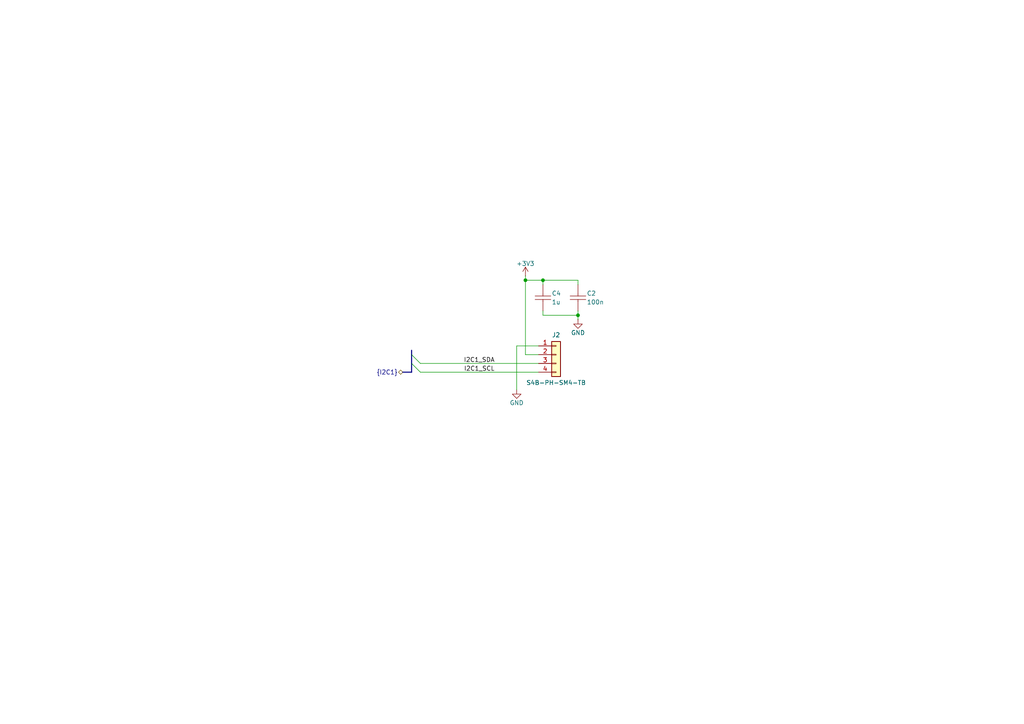
<source format=kicad_sch>
(kicad_sch (version 20231120) (generator "eeschema") (generator_version "8.0")
  (paper "A4")
  (title_block (title "Programmable Keyboard") (date "2025-01-06") (rev "3.0") (company "Kallio Designs Oy") (comment 1 "TL, NH") (comment 2 "ASSEMBLY_PN") (comment 3 "000018"))
  (lib_symbols
    (symbol "KD_Capacitor:C_0603_100n_X7R_50V" (pin_numbers hide) (pin_names hide)
      (property "Reference" "C" (at 2.54 1.27 0))
      (property "Value" "100n" (at 2.54 -1.27 0))
      (symbol "C_0603_100n_X7R_50V_0_1"
        (polyline (pts (xy -2.286 -0.508) (xy 2.286 -0.508)))
        (polyline (pts (xy -2.286 0.508) (xy 2.286 0.508)))
        (polyline (pts (xy 0 -0.508) (xy 0 -1.016)))
        (polyline (pts (xy 0 0.508) (xy 0 1.016)))
      )
      (symbol "C_0603_100n_X7R_50V_1_1"
        (pin passive line (at 0 3.81 270) (length 2.794) (name "~") (number "1"))
        (pin passive line (at 0 -3.81 90) (length 2.794) (name "~") (number "2"))
      )
    )
    (symbol "KD_Capacitor:C_0805_1u_X7R_25V" (pin_numbers hide) (pin_names hide)
      (property "Reference" "C" (at 2.54 1.27 0))
      (property "Value" "1u" (at 2.54 -1.27 0))
      (symbol "C_0805_1u_X7R_25V_0_1"
        (polyline (pts (xy -2.286 -0.508) (xy 2.286 -0.508)))
        (polyline (pts (xy -2.286 0.508) (xy 2.286 0.508)))
        (polyline (pts (xy 0 -0.508) (xy 0 -1.016)))
        (polyline (pts (xy 0 0.508) (xy 0 1.016)))
      )
      (symbol "C_0805_1u_X7R_25V_1_1"
        (pin passive line (at 0 3.81 270) (length 2.794) (name "~") (number "1"))
        (pin passive line (at 0 -3.81 90) (length 2.794) (name "~") (number "2"))
      )
    )
    (symbol "KD_Connector_Rectangular:JST_PH_1X04_S4B-PH-SM4-TB" (pin_names hide)
      (property "Reference" "J" (at 5.08 3.175 0))
      (property "Value" "S4B-PH-SM4-TB" (at 5.08 -10.668 0))
      (symbol "JST_PH_1X04_S4B-PH-SM4-TB_1_1"
        (rectangle (start 3.81 -7.493) (end 5.08 -7.747) (stroke (width 0.1524)))
        (rectangle (start 3.81 -4.953) (end 5.08 -5.207) (stroke (width 0.1524)))
        (rectangle (start 3.81 -2.413) (end 5.08 -2.667) (stroke (width 0.1524)))
        (rectangle (start 3.81 0.127) (end 5.08 -0.127) (stroke (width 0.1524)))
        (rectangle (start 3.81 1.27) (end 6.35 -8.89) (stroke (width 0.254)) (fill (type background)))
        (pin passive line (at 0 0 0) (length 3.81) (name "Pin_1") (number "1"))
        (pin passive line (at 0 -2.54 0) (length 3.81) (name "Pin_2") (number "2"))
        (pin passive line (at 0 -5.08 0) (length 3.81) (name "Pin_3") (number "3"))
        (pin passive line (at 0 -7.62 0) (length 3.81) (name "Pin_4") (number "4"))
        (pin no_connect line (at 11.43 0 180) (length 5.08) hide (name "") (number "MP1"))
        (pin no_connect line (at 11.43 -2.54 180) (length 5.08) hide (name "") (number "MP2"))
      )
    )
    (symbol "power:+3V3" (power) (pin_numbers hide) (pin_names (offset 0) hide)
      (property "Value" "+3V3" (at 0 3.556 0))
      (symbol "+3V3_0_1"
        (polyline (pts (xy -0.762 1.27) (xy 0 2.54)))
        (polyline (pts (xy 0 0) (xy 0 2.54)))
        (polyline (pts (xy 0 2.54) (xy 0.762 1.27)))
      )
      (symbol "+3V3_1_1"
        (pin power_in line (at 0 0 90) (length 0) (name "~") (number "1"))
      )
    )
    (symbol "power:GND" (power) (pin_numbers hide) (pin_names (offset 0) hide)
      (property "Value" "GND" (at 0 -3.81 0))
      (symbol "GND_0_1"
        (polyline (pts (xy 0 0) (xy 0 -1.27) (xy 1.27 -1.27) (xy 0 -2.54) (xy -1.27 -1.27) (xy 0 -1.27)))
      )
      (symbol "GND_1_1"
        (pin power_in line (at 0 0 270) (length 0) (name "~") (number "1"))
      )
    )
  )
  (junction (at 152.4 81.28))
  (junction (at 167.64 91.44))
  (junction (at 157.48 81.28))
  (bus_entry (at 121.92 105.41) (size -2.54 -2.54))
  (bus_entry (at 121.92 107.95) (size -2.54 -2.54))
  (wire (pts (xy 167.64 91.44) (xy 167.64 90.17)))
  (bus (pts (xy 119.38 102.87) (xy 119.38 105.41)))
  (wire (pts (xy 152.4 81.28) (xy 152.4 80.01)))
  (wire (pts (xy 167.64 82.55) (xy 167.64 81.28)))
  (wire (pts (xy 157.48 91.44) (xy 167.64 91.44)))
  (wire (pts (xy 152.4 81.28) (xy 157.48 81.28)))
  (wire (pts (xy 167.64 92.71) (xy 167.64 91.44)))
  (bus (pts (xy 119.38 101.6) (xy 119.38 102.87)))
  (bus (pts (xy 119.38 105.41) (xy 119.38 107.95)))
  (wire (pts (xy 152.4 102.87) (xy 152.4 81.28)))
  (wire (pts (xy 149.86 100.33) (xy 149.86 113.03)))
  (wire (pts (xy 121.92 107.95) (xy 156.21 107.95)))
  (wire (pts (xy 157.48 81.28) (xy 167.64 81.28)))
  (bus (pts (xy 116.84 107.95) (xy 119.38 107.95)))
  (wire (pts (xy 156.21 100.33) (xy 149.86 100.33)))
  (wire (pts (xy 121.92 105.41) (xy 156.21 105.41)))
  (wire (pts (xy 156.21 102.87) (xy 152.4 102.87)))
  (wire (pts (xy 157.48 82.55) (xy 157.48 81.28)))
  (wire (pts (xy 157.48 90.17) (xy 157.48 91.44)))
  (label "I2C1_SCL" (at 143.51 107.95 180))
  (label "I2C1_SDA" (at 143.51 105.41 180))
  (hierarchical_label "{I2C1}" (shape bidirectional) (at 116.84 107.95 180))
  (symbol (lib_id "power:GND") (at 167.64 92.71 0) (mirror y) (unit 1)
    (property "Reference" "#GND04" (effects (hide yes)))
    (property "Value" "GND" (at 167.64 96.52 0))
    (property "Description" "Power symbol creates a global label with name \"GND\" , ground" (effects (hide yes)))
    (instances (project "000052 RCCON" (path "" (reference "#GND04") (unit 1))) (project "000018 PGKB" (path "" (reference "#GND012") (unit 1))))
  )
  (symbol (lib_id "power:GND") (at 149.86 113.03 0) (mirror y) (unit 1)
    (property "Reference" "#GND04" (effects (hide yes)))
    (property "Value" "GND" (at 149.86 116.84 0))
    (property "Description" "Power symbol creates a global label with name \"GND\" , ground" (effects (hide yes)))
    (instances (project "000052 RCCON" (path "" (reference "#GND04") (unit 1))) (project "000018 PGKB" (path "" (reference "#GND011") (unit 1))))
  )
  (symbol (lib_id "KD_Connector_Rectangular:JST_PH_1X04_S4B-PH-SM4-TB") (at 156.21 100.33 0) (unit 1)
    (property "Reference" "J2" (at 161.29 97.155 0))
    (property "Value" "S4B-PH-SM4-TB" (at 161.29 110.998 0))
    (property "Footprint" "KD_Connector_Rectangular:JST_PH_S4B-PH-SM4-TB_1x04-1MP_P2.00mm_Horizontal" (effects (hide yes)))
    (property "Datasheet" "https://www.jst-mfg.com/product/pdf/eng/ePH.pdf" (effects (hide yes)))
    (property "Description" "CONN HEADER SMD 4POS 2MM" (effects (hide yes)))
    (property "Manufacturer" "JST Sales America Inc." (effects (hide yes)))
    (property "MFG_PartNo" "S4B-PH-SM4-TB" (effects (hide yes)))
    (property "Supplier" "Digi-Key" (effects (hide yes)))
    (property "Supplier_PartNo" "455-S4B-PH-SM4-TBCT-ND" (effects (hide yes)))
    (property "DNP" "F" (effects (hide yes)))
    (property "Price" "0.7" (effects (hide yes)))
  )
  (symbol (lib_id "KD_Capacitor:C_0805_1u_X7R_25V") (at 157.48 86.36 0) (unit 1)
    (property "Reference" "C4" (at 160.02 85.09 0) (effects (justify left)))
    (property "Value" "1u" (at 160.02 87.63 0) (effects (justify left)))
    (property "Footprint" "KD_Capacitor:CAPC2012X135N" (effects (hide yes)))
    (property "Datasheet" "https://mm.digikey.com/Volume0/opasdata/d220001/medias/docus/1105/CL21B105KAFNNNE_Spec.pdf" (effects (hide yes)))
    (property "Description" "CAP CER 1UF 25V X7R 0805" (effects (hide yes)))
    (property "Manufacturer" "Samsung Electro-Mechanics" (effects (hide yes)))
    (property "MFG_PartNo" "CL21B105KAFNNNE" (effects (hide yes)))
    (property "Supplier" "Digi-Key" (effects (hide yes)))
    (property "Supplier_PartNo" "1276-1066-1-ND" (effects (hide yes)))
    (property "DNP" "F" (effects (hide yes)))
    (property "Price" "0.03" (effects (hide yes)))
    (instances (project "000052 RCCON" (path "" (reference "C4") (unit 1))) (project "000018 PGKB" (path "" (reference "C21") (unit 1))))
  )
  (symbol (lib_id "power:+3V3") (at 152.4 80.01 0) (unit 1)
    (property "Reference" "#+3V02" (effects (hide yes)))
    (property "Value" "+3V3" (at 152.4 76.454 0))
    (property "Description" "Power symbol creates a global label with name \"+3V3\"" (effects (hide yes)))
    (instances (project "000052 RCCON" (path "" (reference "#+3V02") (unit 1))) (project "000018 PGKB" (path "" (reference "#+3V03") (unit 1))))
  )
  (symbol (lib_id "KD_Capacitor:C_0603_100n_X7R_50V") (at 167.64 86.36 0) (unit 1)
    (property "Reference" "C2" (at 170.18 85.09 0) (effects (justify left)))
    (property "Value" "100n" (at 170.18 87.63 0) (effects (justify left)))
    (property "Footprint" "KD_Capacitor:CAPC1608X90N" (effects (hide yes)))
    (property "Datasheet" "https://mm.digikey.com/Volume0/opasdata/d220001/medias/docus/658/CL10B104KB8NNWC_Spec.pdf" (effects (hide yes)))
    (property "Description" "CAP CER 0.1UF 50V X7R 0603" (effects (hide yes)))
    (property "Manufacturer" "Samsung" (effects (hide yes)))
    (property "MFG_PartNo" "CL10B104KB8NNWC" (effects (hide yes)))
    (property "Supplier" "Digi-Key" (effects (hide yes)))
    (property "Supplier_PartNo" "1276-1935-1-ND" (effects (hide yes)))
    (property "DNP" "F" (effects (hide yes)))
    (property "Price" "0.01" (effects (hide yes)))
    (instances (project "000052 RCCON" (path "" (reference "C2") (unit 1))) (project "000018 PGKB" (path "" (reference "C22") (unit 1))))
  )
)
</source>
